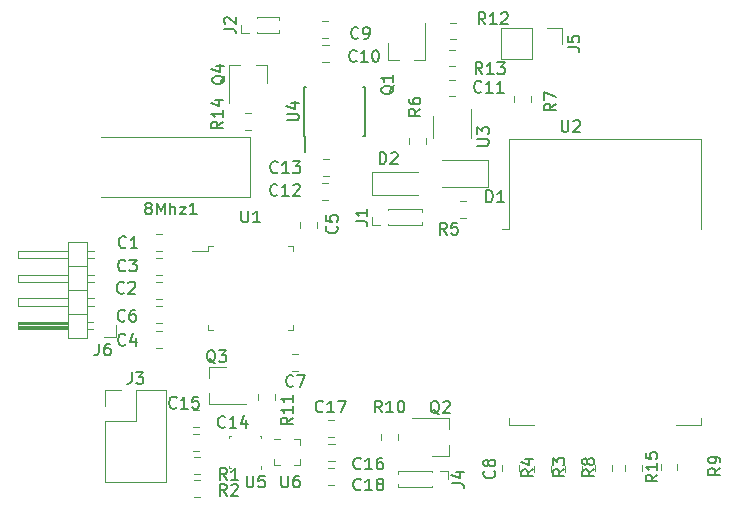
<source format=gbr>
G04 #@! TF.GenerationSoftware,KiCad,Pcbnew,5.0.2-bee76a0~70~ubuntu18.04.1*
G04 #@! TF.CreationDate,2019-11-03T21:10:50+01:00*
G04 #@! TF.ProjectId,puzzlebox,70757a7a-6c65-4626-9f78-2e6b69636164,rev?*
G04 #@! TF.SameCoordinates,Original*
G04 #@! TF.FileFunction,Legend,Top*
G04 #@! TF.FilePolarity,Positive*
%FSLAX46Y46*%
G04 Gerber Fmt 4.6, Leading zero omitted, Abs format (unit mm)*
G04 Created by KiCad (PCBNEW 5.0.2-bee76a0~70~ubuntu18.04.1) date So 03 Nov 2019 21:10:50 CET*
%MOMM*%
%LPD*%
G01*
G04 APERTURE LIST*
%ADD10C,0.120000*%
%ADD11C,0.150000*%
%ADD12C,0.100000*%
G04 APERTURE END LIST*
D10*
G04 #@! TO.C,C1*
X75964522Y-86412000D02*
X76481678Y-86412000D01*
X75964522Y-87832000D02*
X76481678Y-87832000D01*
G04 #@! TO.C,C2*
X76537078Y-90476000D02*
X76019922Y-90476000D01*
X76537078Y-91896000D02*
X76019922Y-91896000D01*
G04 #@! TO.C,C3*
X75989922Y-89889400D02*
X76507078Y-89889400D01*
X75989922Y-88469400D02*
X76507078Y-88469400D01*
G04 #@! TO.C,C4*
X76537078Y-96087000D02*
X76019922Y-96087000D01*
X76537078Y-94667000D02*
X76019922Y-94667000D01*
G04 #@! TO.C,C5*
X88190000Y-85935078D02*
X88190000Y-85417922D01*
X89610000Y-85935078D02*
X89610000Y-85417922D01*
G04 #@! TO.C,C6*
X76537078Y-92558800D02*
X76019922Y-92558800D01*
X76537078Y-93978800D02*
X76019922Y-93978800D01*
G04 #@! TO.C,C7*
X88064078Y-97992000D02*
X87546922Y-97992000D01*
X88064078Y-96572000D02*
X87546922Y-96572000D01*
G04 #@! TO.C,C8*
X106755000Y-105991922D02*
X106755000Y-106509078D01*
X105335000Y-105991922D02*
X105335000Y-106509078D01*
G04 #@! TO.C,C9*
X90066122Y-69848800D02*
X90583278Y-69848800D01*
X90066122Y-68428800D02*
X90583278Y-68428800D01*
G04 #@! TO.C,C10*
X90091522Y-71830000D02*
X90608678Y-71830000D01*
X90091522Y-70410000D02*
X90608678Y-70410000D01*
G04 #@! TO.C,C11*
X100782622Y-73356400D02*
X101299778Y-73356400D01*
X100782622Y-74776400D02*
X101299778Y-74776400D01*
G04 #@! TO.C,C12*
X90066122Y-82094000D02*
X90583278Y-82094000D01*
X90066122Y-83514000D02*
X90583278Y-83514000D01*
G04 #@! TO.C,C13*
X90163122Y-81507400D02*
X90680278Y-81507400D01*
X90163122Y-80087400D02*
X90680278Y-80087400D01*
G04 #@! TO.C,C14*
X79682078Y-103353800D02*
X79164922Y-103353800D01*
X79682078Y-104773800D02*
X79164922Y-104773800D01*
G04 #@! TO.C,C15*
X79682078Y-102792600D02*
X79164922Y-102792600D01*
X79682078Y-101372600D02*
X79164922Y-101372600D01*
G04 #@! TO.C,C16*
X90594922Y-103580000D02*
X91112078Y-103580000D01*
X90594922Y-102160000D02*
X91112078Y-102160000D01*
G04 #@! TO.C,C17*
X90599522Y-104192000D02*
X91116678Y-104192000D01*
X90599522Y-105612000D02*
X91116678Y-105612000D01*
G04 #@! TO.C,C18*
X90594922Y-107644000D02*
X91112078Y-107644000D01*
X90594922Y-106224000D02*
X91112078Y-106224000D01*
G04 #@! TO.C,D1*
X100203200Y-82415000D02*
X104088200Y-82415000D01*
X104088200Y-82415000D02*
X104088200Y-80145000D01*
X104088200Y-80145000D02*
X100203200Y-80145000D01*
G04 #@! TO.C,D2*
X94320800Y-81143600D02*
X94320800Y-83143600D01*
X94320800Y-83143600D02*
X98220800Y-83143600D01*
X94320800Y-81143600D02*
X98220800Y-81143600D01*
G04 #@! TO.C,J1*
X98560000Y-85695000D02*
X98560000Y-85394493D01*
X98560000Y-84605507D02*
X98560000Y-84305000D01*
X95685000Y-85695000D02*
X98560000Y-85695000D01*
X95685000Y-84305000D02*
X98560000Y-84305000D01*
X95685000Y-85695000D02*
X95685000Y-85608276D01*
X95685000Y-84391724D02*
X95685000Y-84305000D01*
X95000000Y-85695000D02*
X94315000Y-85695000D01*
X94315000Y-85695000D02*
X94315000Y-85000000D01*
G04 #@! TO.C,J2*
X86430800Y-69427400D02*
X86430800Y-69126893D01*
X86430800Y-68337907D02*
X86430800Y-68037400D01*
X84555800Y-69427400D02*
X86430800Y-69427400D01*
X84555800Y-68037400D02*
X86430800Y-68037400D01*
X84555800Y-69427400D02*
X84555800Y-69340676D01*
X84555800Y-68124124D02*
X84555800Y-68037400D01*
X83870800Y-69427400D02*
X83185800Y-69427400D01*
X83185800Y-69427400D02*
X83185800Y-68732400D01*
G04 #@! TO.C,J3*
X71670000Y-107410000D02*
X76870000Y-107410000D01*
X71670000Y-102270000D02*
X71670000Y-107410000D01*
X76870000Y-99670000D02*
X76870000Y-107410000D01*
X71670000Y-102270000D02*
X74270000Y-102270000D01*
X74270000Y-102270000D02*
X74270000Y-99670000D01*
X74270000Y-99670000D02*
X76870000Y-99670000D01*
X71670000Y-101000000D02*
X71670000Y-99670000D01*
X71670000Y-99670000D02*
X73000000Y-99670000D01*
G04 #@! TO.C,J4*
X100729000Y-106493000D02*
X100729000Y-107188000D01*
X100044000Y-106493000D02*
X100729000Y-106493000D01*
X99359000Y-107796276D02*
X99359000Y-107883000D01*
X99359000Y-106493000D02*
X99359000Y-106579724D01*
X99359000Y-107883000D02*
X96484000Y-107883000D01*
X99359000Y-106493000D02*
X96484000Y-106493000D01*
X96484000Y-107582493D02*
X96484000Y-107883000D01*
X96484000Y-106493000D02*
X96484000Y-106793507D01*
G04 #@! TO.C,J5*
X105197600Y-68977200D02*
X105197600Y-71637200D01*
X107797600Y-68977200D02*
X105197600Y-68977200D01*
X107797600Y-71637200D02*
X105197600Y-71637200D01*
X107797600Y-68977200D02*
X107797600Y-71637200D01*
X109067600Y-68977200D02*
X110397600Y-68977200D01*
X110397600Y-68977200D02*
X110397600Y-70307200D01*
G04 #@! TO.C,R1*
X79190322Y-105335000D02*
X79707478Y-105335000D01*
X79190322Y-106755000D02*
X79707478Y-106755000D01*
G04 #@! TO.C,R2*
X79192622Y-108710800D02*
X79709778Y-108710800D01*
X79192622Y-107290800D02*
X79709778Y-107290800D01*
G04 #@! TO.C,R3*
X110669000Y-106040422D02*
X110669000Y-106557578D01*
X112089000Y-106040422D02*
X112089000Y-106557578D01*
G04 #@! TO.C,R4*
X109422000Y-106040422D02*
X109422000Y-106557578D01*
X108002000Y-106040422D02*
X108002000Y-106557578D01*
G04 #@! TO.C,R5*
X102237278Y-85088800D02*
X101720122Y-85088800D01*
X102237278Y-83668800D02*
X101720122Y-83668800D01*
G04 #@! TO.C,R6*
X97410200Y-78795378D02*
X97410200Y-78278222D01*
X98830200Y-78795378D02*
X98830200Y-78278222D01*
G04 #@! TO.C,R7*
X107745600Y-75239378D02*
X107745600Y-74722222D01*
X106325600Y-75239378D02*
X106325600Y-74722222D01*
G04 #@! TO.C,R8*
X114629000Y-106509078D02*
X114629000Y-105991922D01*
X113209000Y-106509078D02*
X113209000Y-105991922D01*
G04 #@! TO.C,R9*
X115749000Y-106509078D02*
X115749000Y-105991922D01*
X117169000Y-106509078D02*
X117169000Y-105991922D01*
G04 #@! TO.C,R10*
X95048000Y-103373422D02*
X95048000Y-103890578D01*
X96468000Y-103373422D02*
X96468000Y-103890578D01*
G04 #@! TO.C,R11*
X84634000Y-100510078D02*
X84634000Y-99992922D01*
X86054000Y-100510078D02*
X86054000Y-99992922D01*
G04 #@! TO.C,R12*
X100911922Y-68530400D02*
X101429078Y-68530400D01*
X100911922Y-69950400D02*
X101429078Y-69950400D01*
G04 #@! TO.C,R13*
X101327478Y-70816400D02*
X100810322Y-70816400D01*
X101327478Y-72236400D02*
X100810322Y-72236400D01*
G04 #@! TO.C,U1*
X87560000Y-87440000D02*
X87560000Y-87860000D01*
X87560000Y-94560000D02*
X87560000Y-94140000D01*
X80440000Y-94560000D02*
X80440000Y-94140000D01*
X80440000Y-87440000D02*
X80860000Y-87440000D01*
X87560000Y-94560000D02*
X87140000Y-94560000D01*
X87560000Y-87440000D02*
X87140000Y-87440000D01*
X80440000Y-87860000D02*
X79060000Y-87860000D01*
X80440000Y-87440000D02*
X80440000Y-87860000D01*
X80440000Y-94560000D02*
X80860000Y-94560000D01*
G04 #@! TO.C,U2*
X105880000Y-78380000D02*
X122120000Y-78380000D01*
X122120000Y-78380000D02*
X122120000Y-86000000D01*
X122120000Y-102000000D02*
X122120000Y-102620000D01*
X122120000Y-102620000D02*
X120000000Y-102620000D01*
X108000000Y-102620000D02*
X105880000Y-102620000D01*
X105880000Y-102620000D02*
X105880000Y-102000000D01*
X105880000Y-86000000D02*
X105880000Y-78380000D01*
X105880000Y-86000000D02*
X105270000Y-86000000D01*
G04 #@! TO.C,U3*
X99442643Y-76476721D02*
X99442643Y-78276721D01*
X102662643Y-78276721D02*
X102662643Y-75826721D01*
D11*
G04 #@! TO.C,U4*
X88560200Y-78122600D02*
X88610200Y-78122600D01*
X88560200Y-73972600D02*
X88705200Y-73972600D01*
X93710200Y-73972600D02*
X93565200Y-73972600D01*
X93710200Y-78122600D02*
X93565200Y-78122600D01*
X88560200Y-78122600D02*
X88560200Y-73972600D01*
X93710200Y-78122600D02*
X93710200Y-73972600D01*
X88610200Y-78122600D02*
X88610200Y-79522600D01*
D12*
G04 #@! TO.C,U5*
X84916000Y-103542000D02*
X84766000Y-103542000D01*
X84916000Y-103552000D02*
X84916000Y-103702000D01*
X82216000Y-103552000D02*
X82216000Y-103702000D01*
X82216000Y-103552000D02*
X82366000Y-103552000D01*
X82366000Y-106252000D02*
X82216000Y-106252000D01*
X82216000Y-106252000D02*
X82216000Y-106102000D01*
X84916000Y-106102000D02*
X84916000Y-106352000D01*
D10*
G04 #@! TO.C,U6*
X87722000Y-103802000D02*
X88222000Y-103802000D01*
X88222000Y-103802000D02*
X88222000Y-104302000D01*
X88222000Y-104302000D02*
X88222000Y-104302000D01*
X88222000Y-105502000D02*
X88222000Y-106002000D01*
X88222000Y-106002000D02*
X87722000Y-106002000D01*
X87722000Y-106002000D02*
X87722000Y-106002000D01*
X86522000Y-106002000D02*
X86022000Y-106002000D01*
X86022000Y-106002000D02*
X86022000Y-105502000D01*
X86022000Y-105502000D02*
X86022000Y-105502000D01*
X86522000Y-103802000D02*
X86022000Y-103802000D01*
X86022000Y-103802000D02*
X86022000Y-103802000D01*
G04 #@! TO.C,Q1*
X95651200Y-71727600D02*
X96581200Y-71727600D01*
X98811200Y-71727600D02*
X97881200Y-71727600D01*
X98811200Y-71727600D02*
X98811200Y-68567600D01*
X95651200Y-71727600D02*
X95651200Y-70267600D01*
G04 #@! TO.C,Q2*
X100836000Y-105212000D02*
X100836000Y-104282000D01*
X100836000Y-102052000D02*
X100836000Y-102982000D01*
X100836000Y-102052000D02*
X97676000Y-102052000D01*
X100836000Y-105212000D02*
X99376000Y-105212000D01*
G04 #@! TO.C,Q3*
X80467800Y-97673000D02*
X81927800Y-97673000D01*
X80467800Y-100833000D02*
X83627800Y-100833000D01*
X80467800Y-100833000D02*
X80467800Y-99903000D01*
X80467800Y-97673000D02*
X80467800Y-98603000D01*
G04 #@! TO.C,Q4*
X85374600Y-72163400D02*
X85374600Y-73623400D01*
X82214600Y-72163400D02*
X82214600Y-75323400D01*
X82214600Y-72163400D02*
X83144600Y-72163400D01*
X85374600Y-72163400D02*
X84444600Y-72163400D01*
G04 #@! TO.C,R14*
X83512922Y-76226600D02*
X84030078Y-76226600D01*
X83512922Y-77646600D02*
X84030078Y-77646600D01*
G04 #@! TO.C,J6*
X70162600Y-95236600D02*
X70162600Y-87116600D01*
X70162600Y-87116600D02*
X68542600Y-87116600D01*
X68542600Y-87116600D02*
X68542600Y-95236600D01*
X68542600Y-95236600D02*
X70162600Y-95236600D01*
X68542600Y-94486600D02*
X64342600Y-94486600D01*
X64342600Y-94486600D02*
X64342600Y-93866600D01*
X64342600Y-93866600D02*
X68542600Y-93866600D01*
X68542600Y-94426600D02*
X64342600Y-94426600D01*
X68542600Y-94306600D02*
X64342600Y-94306600D01*
X68542600Y-94186600D02*
X64342600Y-94186600D01*
X68542600Y-94066600D02*
X64342600Y-94066600D01*
X68542600Y-93946600D02*
X64342600Y-93946600D01*
X70667600Y-94486600D02*
X70162600Y-94486600D01*
X70667600Y-93866600D02*
X70162600Y-93866600D01*
X70162600Y-93176600D02*
X68542600Y-93176600D01*
X68542600Y-92486600D02*
X64342600Y-92486600D01*
X64342600Y-92486600D02*
X64342600Y-91866600D01*
X64342600Y-91866600D02*
X68542600Y-91866600D01*
X70720486Y-92486600D02*
X70162600Y-92486600D01*
X70720486Y-91866600D02*
X70162600Y-91866600D01*
X70162600Y-91176600D02*
X68542600Y-91176600D01*
X68542600Y-90486600D02*
X64342600Y-90486600D01*
X64342600Y-90486600D02*
X64342600Y-89866600D01*
X64342600Y-89866600D02*
X68542600Y-89866600D01*
X70720486Y-90486600D02*
X70162600Y-90486600D01*
X70720486Y-89866600D02*
X70162600Y-89866600D01*
X70162600Y-89176600D02*
X68542600Y-89176600D01*
X68542600Y-88486600D02*
X64342600Y-88486600D01*
X64342600Y-88486600D02*
X64342600Y-87866600D01*
X64342600Y-87866600D02*
X68542600Y-87866600D01*
X70720486Y-88486600D02*
X70162600Y-88486600D01*
X70720486Y-87866600D02*
X70162600Y-87866600D01*
X72602600Y-94176600D02*
X72602600Y-95176600D01*
X72602600Y-95176600D02*
X71602600Y-95176600D01*
G04 #@! TO.C,R15*
X118720800Y-106455978D02*
X118720800Y-105938822D01*
X120140800Y-106455978D02*
X120140800Y-105938822D01*
G04 #@! TO.C,8Mhz1*
X71366800Y-83322000D02*
X83966800Y-83322000D01*
X83966800Y-83322000D02*
X83966800Y-78222000D01*
X83966800Y-78222000D02*
X71366800Y-78222000D01*
G04 #@! TO.C,C1*
D11*
X73463333Y-87529942D02*
X73415714Y-87577561D01*
X73272857Y-87625180D01*
X73177619Y-87625180D01*
X73034761Y-87577561D01*
X72939523Y-87482323D01*
X72891904Y-87387085D01*
X72844285Y-87196609D01*
X72844285Y-87053752D01*
X72891904Y-86863276D01*
X72939523Y-86768038D01*
X73034761Y-86672800D01*
X73177619Y-86625180D01*
X73272857Y-86625180D01*
X73415714Y-86672800D01*
X73463333Y-86720419D01*
X74415714Y-87625180D02*
X73844285Y-87625180D01*
X74130000Y-87625180D02*
X74130000Y-86625180D01*
X74034761Y-86768038D01*
X73939523Y-86863276D01*
X73844285Y-86910895D01*
G04 #@! TO.C,C2*
X73290133Y-91390742D02*
X73242514Y-91438361D01*
X73099657Y-91485980D01*
X73004419Y-91485980D01*
X72861561Y-91438361D01*
X72766323Y-91343123D01*
X72718704Y-91247885D01*
X72671085Y-91057409D01*
X72671085Y-90914552D01*
X72718704Y-90724076D01*
X72766323Y-90628838D01*
X72861561Y-90533600D01*
X73004419Y-90485980D01*
X73099657Y-90485980D01*
X73242514Y-90533600D01*
X73290133Y-90581219D01*
X73671085Y-90581219D02*
X73718704Y-90533600D01*
X73813942Y-90485980D01*
X74052038Y-90485980D01*
X74147276Y-90533600D01*
X74194895Y-90581219D01*
X74242514Y-90676457D01*
X74242514Y-90771695D01*
X74194895Y-90914552D01*
X73623466Y-91485980D01*
X74242514Y-91485980D01*
G04 #@! TO.C,C3*
X73412533Y-89511142D02*
X73364914Y-89558761D01*
X73222057Y-89606380D01*
X73126819Y-89606380D01*
X72983961Y-89558761D01*
X72888723Y-89463523D01*
X72841104Y-89368285D01*
X72793485Y-89177809D01*
X72793485Y-89034952D01*
X72841104Y-88844476D01*
X72888723Y-88749238D01*
X72983961Y-88654000D01*
X73126819Y-88606380D01*
X73222057Y-88606380D01*
X73364914Y-88654000D01*
X73412533Y-88701619D01*
X73745866Y-88606380D02*
X74364914Y-88606380D01*
X74031580Y-88987333D01*
X74174438Y-88987333D01*
X74269676Y-89034952D01*
X74317295Y-89082571D01*
X74364914Y-89177809D01*
X74364914Y-89415904D01*
X74317295Y-89511142D01*
X74269676Y-89558761D01*
X74174438Y-89606380D01*
X73888723Y-89606380D01*
X73793485Y-89558761D01*
X73745866Y-89511142D01*
G04 #@! TO.C,C4*
X73417133Y-95784942D02*
X73369514Y-95832561D01*
X73226657Y-95880180D01*
X73131419Y-95880180D01*
X72988561Y-95832561D01*
X72893323Y-95737323D01*
X72845704Y-95642085D01*
X72798085Y-95451609D01*
X72798085Y-95308752D01*
X72845704Y-95118276D01*
X72893323Y-95023038D01*
X72988561Y-94927800D01*
X73131419Y-94880180D01*
X73226657Y-94880180D01*
X73369514Y-94927800D01*
X73417133Y-94975419D01*
X74274276Y-95213514D02*
X74274276Y-95880180D01*
X74036180Y-94832561D02*
X73798085Y-95546847D01*
X74417133Y-95546847D01*
G04 #@! TO.C,C5*
X91289142Y-85764666D02*
X91336761Y-85812285D01*
X91384380Y-85955142D01*
X91384380Y-86050380D01*
X91336761Y-86193238D01*
X91241523Y-86288476D01*
X91146285Y-86336095D01*
X90955809Y-86383714D01*
X90812952Y-86383714D01*
X90622476Y-86336095D01*
X90527238Y-86288476D01*
X90432000Y-86193238D01*
X90384380Y-86050380D01*
X90384380Y-85955142D01*
X90432000Y-85812285D01*
X90479619Y-85764666D01*
X90384380Y-84859904D02*
X90384380Y-85336095D01*
X90860571Y-85383714D01*
X90812952Y-85336095D01*
X90765333Y-85240857D01*
X90765333Y-85002761D01*
X90812952Y-84907523D01*
X90860571Y-84859904D01*
X90955809Y-84812285D01*
X91193904Y-84812285D01*
X91289142Y-84859904D01*
X91336761Y-84907523D01*
X91384380Y-85002761D01*
X91384380Y-85240857D01*
X91336761Y-85336095D01*
X91289142Y-85383714D01*
G04 #@! TO.C,C6*
X73366333Y-93752942D02*
X73318714Y-93800561D01*
X73175857Y-93848180D01*
X73080619Y-93848180D01*
X72937761Y-93800561D01*
X72842523Y-93705323D01*
X72794904Y-93610085D01*
X72747285Y-93419609D01*
X72747285Y-93276752D01*
X72794904Y-93086276D01*
X72842523Y-92991038D01*
X72937761Y-92895800D01*
X73080619Y-92848180D01*
X73175857Y-92848180D01*
X73318714Y-92895800D01*
X73366333Y-92943419D01*
X74223476Y-92848180D02*
X74033000Y-92848180D01*
X73937761Y-92895800D01*
X73890142Y-92943419D01*
X73794904Y-93086276D01*
X73747285Y-93276752D01*
X73747285Y-93657704D01*
X73794904Y-93752942D01*
X73842523Y-93800561D01*
X73937761Y-93848180D01*
X74128238Y-93848180D01*
X74223476Y-93800561D01*
X74271095Y-93752942D01*
X74318714Y-93657704D01*
X74318714Y-93419609D01*
X74271095Y-93324371D01*
X74223476Y-93276752D01*
X74128238Y-93229133D01*
X73937761Y-93229133D01*
X73842523Y-93276752D01*
X73794904Y-93324371D01*
X73747285Y-93419609D01*
G04 #@! TO.C,C7*
X87638833Y-99289142D02*
X87591214Y-99336761D01*
X87448357Y-99384380D01*
X87353119Y-99384380D01*
X87210261Y-99336761D01*
X87115023Y-99241523D01*
X87067404Y-99146285D01*
X87019785Y-98955809D01*
X87019785Y-98812952D01*
X87067404Y-98622476D01*
X87115023Y-98527238D01*
X87210261Y-98432000D01*
X87353119Y-98384380D01*
X87448357Y-98384380D01*
X87591214Y-98432000D01*
X87638833Y-98479619D01*
X87972166Y-98384380D02*
X88638833Y-98384380D01*
X88210261Y-99384380D01*
G04 #@! TO.C,C8*
X104624142Y-106495666D02*
X104671761Y-106543285D01*
X104719380Y-106686142D01*
X104719380Y-106781380D01*
X104671761Y-106924238D01*
X104576523Y-107019476D01*
X104481285Y-107067095D01*
X104290809Y-107114714D01*
X104147952Y-107114714D01*
X103957476Y-107067095D01*
X103862238Y-107019476D01*
X103767000Y-106924238D01*
X103719380Y-106781380D01*
X103719380Y-106686142D01*
X103767000Y-106543285D01*
X103814619Y-106495666D01*
X104147952Y-105924238D02*
X104100333Y-106019476D01*
X104052714Y-106067095D01*
X103957476Y-106114714D01*
X103909857Y-106114714D01*
X103814619Y-106067095D01*
X103767000Y-106019476D01*
X103719380Y-105924238D01*
X103719380Y-105733761D01*
X103767000Y-105638523D01*
X103814619Y-105590904D01*
X103909857Y-105543285D01*
X103957476Y-105543285D01*
X104052714Y-105590904D01*
X104100333Y-105638523D01*
X104147952Y-105733761D01*
X104147952Y-105924238D01*
X104195571Y-106019476D01*
X104243190Y-106067095D01*
X104338428Y-106114714D01*
X104528904Y-106114714D01*
X104624142Y-106067095D01*
X104671761Y-106019476D01*
X104719380Y-105924238D01*
X104719380Y-105733761D01*
X104671761Y-105638523D01*
X104624142Y-105590904D01*
X104528904Y-105543285D01*
X104338428Y-105543285D01*
X104243190Y-105590904D01*
X104195571Y-105638523D01*
X104147952Y-105733761D01*
G04 #@! TO.C,C9*
X93127533Y-69826142D02*
X93079914Y-69873761D01*
X92937057Y-69921380D01*
X92841819Y-69921380D01*
X92698961Y-69873761D01*
X92603723Y-69778523D01*
X92556104Y-69683285D01*
X92508485Y-69492809D01*
X92508485Y-69349952D01*
X92556104Y-69159476D01*
X92603723Y-69064238D01*
X92698961Y-68969000D01*
X92841819Y-68921380D01*
X92937057Y-68921380D01*
X93079914Y-68969000D01*
X93127533Y-69016619D01*
X93603723Y-69921380D02*
X93794200Y-69921380D01*
X93889438Y-69873761D01*
X93937057Y-69826142D01*
X94032295Y-69683285D01*
X94079914Y-69492809D01*
X94079914Y-69111857D01*
X94032295Y-69016619D01*
X93984676Y-68969000D01*
X93889438Y-68921380D01*
X93698961Y-68921380D01*
X93603723Y-68969000D01*
X93556104Y-69016619D01*
X93508485Y-69111857D01*
X93508485Y-69349952D01*
X93556104Y-69445190D01*
X93603723Y-69492809D01*
X93698961Y-69540428D01*
X93889438Y-69540428D01*
X93984676Y-69492809D01*
X94032295Y-69445190D01*
X94079914Y-69349952D01*
G04 #@! TO.C,C10*
X92981542Y-71756542D02*
X92933923Y-71804161D01*
X92791066Y-71851780D01*
X92695828Y-71851780D01*
X92552971Y-71804161D01*
X92457733Y-71708923D01*
X92410114Y-71613685D01*
X92362495Y-71423209D01*
X92362495Y-71280352D01*
X92410114Y-71089876D01*
X92457733Y-70994638D01*
X92552971Y-70899400D01*
X92695828Y-70851780D01*
X92791066Y-70851780D01*
X92933923Y-70899400D01*
X92981542Y-70947019D01*
X93933923Y-71851780D02*
X93362495Y-71851780D01*
X93648209Y-71851780D02*
X93648209Y-70851780D01*
X93552971Y-70994638D01*
X93457733Y-71089876D01*
X93362495Y-71137495D01*
X94552971Y-70851780D02*
X94648209Y-70851780D01*
X94743447Y-70899400D01*
X94791066Y-70947019D01*
X94838685Y-71042257D01*
X94886304Y-71232733D01*
X94886304Y-71470828D01*
X94838685Y-71661304D01*
X94791066Y-71756542D01*
X94743447Y-71804161D01*
X94648209Y-71851780D01*
X94552971Y-71851780D01*
X94457733Y-71804161D01*
X94410114Y-71756542D01*
X94362495Y-71661304D01*
X94314876Y-71470828D01*
X94314876Y-71232733D01*
X94362495Y-71042257D01*
X94410114Y-70947019D01*
X94457733Y-70899400D01*
X94552971Y-70851780D01*
G04 #@! TO.C,C11*
X103547942Y-74372742D02*
X103500323Y-74420361D01*
X103357466Y-74467980D01*
X103262228Y-74467980D01*
X103119371Y-74420361D01*
X103024133Y-74325123D01*
X102976514Y-74229885D01*
X102928895Y-74039409D01*
X102928895Y-73896552D01*
X102976514Y-73706076D01*
X103024133Y-73610838D01*
X103119371Y-73515600D01*
X103262228Y-73467980D01*
X103357466Y-73467980D01*
X103500323Y-73515600D01*
X103547942Y-73563219D01*
X104500323Y-74467980D02*
X103928895Y-74467980D01*
X104214609Y-74467980D02*
X104214609Y-73467980D01*
X104119371Y-73610838D01*
X104024133Y-73706076D01*
X103928895Y-73753695D01*
X105452704Y-74467980D02*
X104881276Y-74467980D01*
X105166990Y-74467980D02*
X105166990Y-73467980D01*
X105071752Y-73610838D01*
X104976514Y-73706076D01*
X104881276Y-73753695D01*
G04 #@! TO.C,C12*
X86275942Y-83110342D02*
X86228323Y-83157961D01*
X86085466Y-83205580D01*
X85990228Y-83205580D01*
X85847371Y-83157961D01*
X85752133Y-83062723D01*
X85704514Y-82967485D01*
X85656895Y-82777009D01*
X85656895Y-82634152D01*
X85704514Y-82443676D01*
X85752133Y-82348438D01*
X85847371Y-82253200D01*
X85990228Y-82205580D01*
X86085466Y-82205580D01*
X86228323Y-82253200D01*
X86275942Y-82300819D01*
X87228323Y-83205580D02*
X86656895Y-83205580D01*
X86942609Y-83205580D02*
X86942609Y-82205580D01*
X86847371Y-82348438D01*
X86752133Y-82443676D01*
X86656895Y-82491295D01*
X87609276Y-82300819D02*
X87656895Y-82253200D01*
X87752133Y-82205580D01*
X87990228Y-82205580D01*
X88085466Y-82253200D01*
X88133085Y-82300819D01*
X88180704Y-82396057D01*
X88180704Y-82491295D01*
X88133085Y-82634152D01*
X87561657Y-83205580D01*
X88180704Y-83205580D01*
G04 #@! TO.C,C13*
X86301342Y-81179942D02*
X86253723Y-81227561D01*
X86110866Y-81275180D01*
X86015628Y-81275180D01*
X85872771Y-81227561D01*
X85777533Y-81132323D01*
X85729914Y-81037085D01*
X85682295Y-80846609D01*
X85682295Y-80703752D01*
X85729914Y-80513276D01*
X85777533Y-80418038D01*
X85872771Y-80322800D01*
X86015628Y-80275180D01*
X86110866Y-80275180D01*
X86253723Y-80322800D01*
X86301342Y-80370419D01*
X87253723Y-81275180D02*
X86682295Y-81275180D01*
X86968009Y-81275180D02*
X86968009Y-80275180D01*
X86872771Y-80418038D01*
X86777533Y-80513276D01*
X86682295Y-80560895D01*
X87587057Y-80275180D02*
X88206104Y-80275180D01*
X87872771Y-80656133D01*
X88015628Y-80656133D01*
X88110866Y-80703752D01*
X88158485Y-80751371D01*
X88206104Y-80846609D01*
X88206104Y-81084704D01*
X88158485Y-81179942D01*
X88110866Y-81227561D01*
X88015628Y-81275180D01*
X87729914Y-81275180D01*
X87634676Y-81227561D01*
X87587057Y-81179942D01*
G04 #@! TO.C,C14*
X81851742Y-102744542D02*
X81804123Y-102792161D01*
X81661266Y-102839780D01*
X81566028Y-102839780D01*
X81423171Y-102792161D01*
X81327933Y-102696923D01*
X81280314Y-102601685D01*
X81232695Y-102411209D01*
X81232695Y-102268352D01*
X81280314Y-102077876D01*
X81327933Y-101982638D01*
X81423171Y-101887400D01*
X81566028Y-101839780D01*
X81661266Y-101839780D01*
X81804123Y-101887400D01*
X81851742Y-101935019D01*
X82804123Y-102839780D02*
X82232695Y-102839780D01*
X82518409Y-102839780D02*
X82518409Y-101839780D01*
X82423171Y-101982638D01*
X82327933Y-102077876D01*
X82232695Y-102125495D01*
X83661266Y-102173114D02*
X83661266Y-102839780D01*
X83423171Y-101792161D02*
X83185076Y-102506447D01*
X83804123Y-102506447D01*
G04 #@! TO.C,C15*
X77736942Y-101118942D02*
X77689323Y-101166561D01*
X77546466Y-101214180D01*
X77451228Y-101214180D01*
X77308371Y-101166561D01*
X77213133Y-101071323D01*
X77165514Y-100976085D01*
X77117895Y-100785609D01*
X77117895Y-100642752D01*
X77165514Y-100452276D01*
X77213133Y-100357038D01*
X77308371Y-100261800D01*
X77451228Y-100214180D01*
X77546466Y-100214180D01*
X77689323Y-100261800D01*
X77736942Y-100309419D01*
X78689323Y-101214180D02*
X78117895Y-101214180D01*
X78403609Y-101214180D02*
X78403609Y-100214180D01*
X78308371Y-100357038D01*
X78213133Y-100452276D01*
X78117895Y-100499895D01*
X79594085Y-100214180D02*
X79117895Y-100214180D01*
X79070276Y-100690371D01*
X79117895Y-100642752D01*
X79213133Y-100595133D01*
X79451228Y-100595133D01*
X79546466Y-100642752D01*
X79594085Y-100690371D01*
X79641704Y-100785609D01*
X79641704Y-101023704D01*
X79594085Y-101118942D01*
X79546466Y-101166561D01*
X79451228Y-101214180D01*
X79213133Y-101214180D01*
X79117895Y-101166561D01*
X79070276Y-101118942D01*
G04 #@! TO.C,C16*
X93337142Y-106275142D02*
X93289523Y-106322761D01*
X93146666Y-106370380D01*
X93051428Y-106370380D01*
X92908571Y-106322761D01*
X92813333Y-106227523D01*
X92765714Y-106132285D01*
X92718095Y-105941809D01*
X92718095Y-105798952D01*
X92765714Y-105608476D01*
X92813333Y-105513238D01*
X92908571Y-105418000D01*
X93051428Y-105370380D01*
X93146666Y-105370380D01*
X93289523Y-105418000D01*
X93337142Y-105465619D01*
X94289523Y-106370380D02*
X93718095Y-106370380D01*
X94003809Y-106370380D02*
X94003809Y-105370380D01*
X93908571Y-105513238D01*
X93813333Y-105608476D01*
X93718095Y-105656095D01*
X95146666Y-105370380D02*
X94956190Y-105370380D01*
X94860952Y-105418000D01*
X94813333Y-105465619D01*
X94718095Y-105608476D01*
X94670476Y-105798952D01*
X94670476Y-106179904D01*
X94718095Y-106275142D01*
X94765714Y-106322761D01*
X94860952Y-106370380D01*
X95051428Y-106370380D01*
X95146666Y-106322761D01*
X95194285Y-106275142D01*
X95241904Y-106179904D01*
X95241904Y-105941809D01*
X95194285Y-105846571D01*
X95146666Y-105798952D01*
X95051428Y-105751333D01*
X94860952Y-105751333D01*
X94765714Y-105798952D01*
X94718095Y-105846571D01*
X94670476Y-105941809D01*
G04 #@! TO.C,C17*
X90136742Y-101449142D02*
X90089123Y-101496761D01*
X89946266Y-101544380D01*
X89851028Y-101544380D01*
X89708171Y-101496761D01*
X89612933Y-101401523D01*
X89565314Y-101306285D01*
X89517695Y-101115809D01*
X89517695Y-100972952D01*
X89565314Y-100782476D01*
X89612933Y-100687238D01*
X89708171Y-100592000D01*
X89851028Y-100544380D01*
X89946266Y-100544380D01*
X90089123Y-100592000D01*
X90136742Y-100639619D01*
X91089123Y-101544380D02*
X90517695Y-101544380D01*
X90803409Y-101544380D02*
X90803409Y-100544380D01*
X90708171Y-100687238D01*
X90612933Y-100782476D01*
X90517695Y-100830095D01*
X91422457Y-100544380D02*
X92089123Y-100544380D01*
X91660552Y-101544380D01*
G04 #@! TO.C,C18*
X93337142Y-108053142D02*
X93289523Y-108100761D01*
X93146666Y-108148380D01*
X93051428Y-108148380D01*
X92908571Y-108100761D01*
X92813333Y-108005523D01*
X92765714Y-107910285D01*
X92718095Y-107719809D01*
X92718095Y-107576952D01*
X92765714Y-107386476D01*
X92813333Y-107291238D01*
X92908571Y-107196000D01*
X93051428Y-107148380D01*
X93146666Y-107148380D01*
X93289523Y-107196000D01*
X93337142Y-107243619D01*
X94289523Y-108148380D02*
X93718095Y-108148380D01*
X94003809Y-108148380D02*
X94003809Y-107148380D01*
X93908571Y-107291238D01*
X93813333Y-107386476D01*
X93718095Y-107434095D01*
X94860952Y-107576952D02*
X94765714Y-107529333D01*
X94718095Y-107481714D01*
X94670476Y-107386476D01*
X94670476Y-107338857D01*
X94718095Y-107243619D01*
X94765714Y-107196000D01*
X94860952Y-107148380D01*
X95051428Y-107148380D01*
X95146666Y-107196000D01*
X95194285Y-107243619D01*
X95241904Y-107338857D01*
X95241904Y-107386476D01*
X95194285Y-107481714D01*
X95146666Y-107529333D01*
X95051428Y-107576952D01*
X94860952Y-107576952D01*
X94765714Y-107624571D01*
X94718095Y-107672190D01*
X94670476Y-107767428D01*
X94670476Y-107957904D01*
X94718095Y-108053142D01*
X94765714Y-108100761D01*
X94860952Y-108148380D01*
X95051428Y-108148380D01*
X95146666Y-108100761D01*
X95194285Y-108053142D01*
X95241904Y-107957904D01*
X95241904Y-107767428D01*
X95194285Y-107672190D01*
X95146666Y-107624571D01*
X95051428Y-107576952D01*
G04 #@! TO.C,D1*
X103960704Y-83738980D02*
X103960704Y-82738980D01*
X104198800Y-82738980D01*
X104341657Y-82786600D01*
X104436895Y-82881838D01*
X104484514Y-82977076D01*
X104532133Y-83167552D01*
X104532133Y-83310409D01*
X104484514Y-83500885D01*
X104436895Y-83596123D01*
X104341657Y-83691361D01*
X104198800Y-83738980D01*
X103960704Y-83738980D01*
X105484514Y-83738980D02*
X104913085Y-83738980D01*
X105198800Y-83738980D02*
X105198800Y-82738980D01*
X105103561Y-82881838D01*
X105008323Y-82977076D01*
X104913085Y-83024695D01*
G04 #@! TO.C,D2*
X94943704Y-80513180D02*
X94943704Y-79513180D01*
X95181800Y-79513180D01*
X95324657Y-79560800D01*
X95419895Y-79656038D01*
X95467514Y-79751276D01*
X95515133Y-79941752D01*
X95515133Y-80084609D01*
X95467514Y-80275085D01*
X95419895Y-80370323D01*
X95324657Y-80465561D01*
X95181800Y-80513180D01*
X94943704Y-80513180D01*
X95896085Y-79608419D02*
X95943704Y-79560800D01*
X96038942Y-79513180D01*
X96277038Y-79513180D01*
X96372276Y-79560800D01*
X96419895Y-79608419D01*
X96467514Y-79703657D01*
X96467514Y-79798895D01*
X96419895Y-79941752D01*
X95848466Y-80513180D01*
X96467514Y-80513180D01*
G04 #@! TO.C,J1*
X92892380Y-85333333D02*
X93606666Y-85333333D01*
X93749523Y-85380952D01*
X93844761Y-85476190D01*
X93892380Y-85619047D01*
X93892380Y-85714285D01*
X93892380Y-84333333D02*
X93892380Y-84904761D01*
X93892380Y-84619047D02*
X92892380Y-84619047D01*
X93035238Y-84714285D01*
X93130476Y-84809523D01*
X93178095Y-84904761D01*
G04 #@! TO.C,J2*
X81763180Y-69065733D02*
X82477466Y-69065733D01*
X82620323Y-69113352D01*
X82715561Y-69208590D01*
X82763180Y-69351447D01*
X82763180Y-69446685D01*
X81858419Y-68637161D02*
X81810800Y-68589542D01*
X81763180Y-68494304D01*
X81763180Y-68256209D01*
X81810800Y-68160971D01*
X81858419Y-68113352D01*
X81953657Y-68065733D01*
X82048895Y-68065733D01*
X82191752Y-68113352D01*
X82763180Y-68684780D01*
X82763180Y-68065733D01*
G04 #@! TO.C,J3*
X73936666Y-98122380D02*
X73936666Y-98836666D01*
X73889047Y-98979523D01*
X73793809Y-99074761D01*
X73650952Y-99122380D01*
X73555714Y-99122380D01*
X74317619Y-98122380D02*
X74936666Y-98122380D01*
X74603333Y-98503333D01*
X74746190Y-98503333D01*
X74841428Y-98550952D01*
X74889047Y-98598571D01*
X74936666Y-98693809D01*
X74936666Y-98931904D01*
X74889047Y-99027142D01*
X74841428Y-99074761D01*
X74746190Y-99122380D01*
X74460476Y-99122380D01*
X74365238Y-99074761D01*
X74317619Y-99027142D01*
G04 #@! TO.C,J4*
X101056380Y-107521333D02*
X101770666Y-107521333D01*
X101913523Y-107568952D01*
X102008761Y-107664190D01*
X102056380Y-107807047D01*
X102056380Y-107902285D01*
X101389714Y-106616571D02*
X102056380Y-106616571D01*
X101008761Y-106854666D02*
X101723047Y-107092761D01*
X101723047Y-106473714D01*
G04 #@! TO.C,J5*
X110849980Y-70640533D02*
X111564266Y-70640533D01*
X111707123Y-70688152D01*
X111802361Y-70783390D01*
X111849980Y-70926247D01*
X111849980Y-71021485D01*
X110849980Y-69688152D02*
X110849980Y-70164342D01*
X111326171Y-70211961D01*
X111278552Y-70164342D01*
X111230933Y-70069104D01*
X111230933Y-69831009D01*
X111278552Y-69735771D01*
X111326171Y-69688152D01*
X111421409Y-69640533D01*
X111659504Y-69640533D01*
X111754742Y-69688152D01*
X111802361Y-69735771D01*
X111849980Y-69831009D01*
X111849980Y-70069104D01*
X111802361Y-70164342D01*
X111754742Y-70211961D01*
G04 #@! TO.C,R1*
X81997733Y-107259380D02*
X81664400Y-106783190D01*
X81426304Y-107259380D02*
X81426304Y-106259380D01*
X81807257Y-106259380D01*
X81902495Y-106307000D01*
X81950114Y-106354619D01*
X81997733Y-106449857D01*
X81997733Y-106592714D01*
X81950114Y-106687952D01*
X81902495Y-106735571D01*
X81807257Y-106783190D01*
X81426304Y-106783190D01*
X82950114Y-107259380D02*
X82378685Y-107259380D01*
X82664400Y-107259380D02*
X82664400Y-106259380D01*
X82569161Y-106402238D01*
X82473923Y-106497476D01*
X82378685Y-106545095D01*
G04 #@! TO.C,R2*
X81976933Y-108605580D02*
X81643600Y-108129390D01*
X81405504Y-108605580D02*
X81405504Y-107605580D01*
X81786457Y-107605580D01*
X81881695Y-107653200D01*
X81929314Y-107700819D01*
X81976933Y-107796057D01*
X81976933Y-107938914D01*
X81929314Y-108034152D01*
X81881695Y-108081771D01*
X81786457Y-108129390D01*
X81405504Y-108129390D01*
X82357885Y-107700819D02*
X82405504Y-107653200D01*
X82500742Y-107605580D01*
X82738838Y-107605580D01*
X82834076Y-107653200D01*
X82881695Y-107700819D01*
X82929314Y-107796057D01*
X82929314Y-107891295D01*
X82881695Y-108034152D01*
X82310266Y-108605580D01*
X82929314Y-108605580D01*
G04 #@! TO.C,R3*
X110586780Y-106338666D02*
X110110590Y-106672000D01*
X110586780Y-106910095D02*
X109586780Y-106910095D01*
X109586780Y-106529142D01*
X109634400Y-106433904D01*
X109682019Y-106386285D01*
X109777257Y-106338666D01*
X109920114Y-106338666D01*
X110015352Y-106386285D01*
X110062971Y-106433904D01*
X110110590Y-106529142D01*
X110110590Y-106910095D01*
X109586780Y-106005333D02*
X109586780Y-105386285D01*
X109967733Y-105719619D01*
X109967733Y-105576761D01*
X110015352Y-105481523D01*
X110062971Y-105433904D01*
X110158209Y-105386285D01*
X110396304Y-105386285D01*
X110491542Y-105433904D01*
X110539161Y-105481523D01*
X110586780Y-105576761D01*
X110586780Y-105862476D01*
X110539161Y-105957714D01*
X110491542Y-106005333D01*
G04 #@! TO.C,R4*
X107945180Y-106364066D02*
X107468990Y-106697400D01*
X107945180Y-106935495D02*
X106945180Y-106935495D01*
X106945180Y-106554542D01*
X106992800Y-106459304D01*
X107040419Y-106411685D01*
X107135657Y-106364066D01*
X107278514Y-106364066D01*
X107373752Y-106411685D01*
X107421371Y-106459304D01*
X107468990Y-106554542D01*
X107468990Y-106935495D01*
X107278514Y-105506923D02*
X107945180Y-105506923D01*
X106897561Y-105745019D02*
X107611847Y-105983114D01*
X107611847Y-105364066D01*
G04 #@! TO.C,R5*
X100620533Y-86481180D02*
X100287200Y-86004990D01*
X100049104Y-86481180D02*
X100049104Y-85481180D01*
X100430057Y-85481180D01*
X100525295Y-85528800D01*
X100572914Y-85576419D01*
X100620533Y-85671657D01*
X100620533Y-85814514D01*
X100572914Y-85909752D01*
X100525295Y-85957371D01*
X100430057Y-86004990D01*
X100049104Y-86004990D01*
X101525295Y-85481180D02*
X101049104Y-85481180D01*
X101001485Y-85957371D01*
X101049104Y-85909752D01*
X101144342Y-85862133D01*
X101382438Y-85862133D01*
X101477676Y-85909752D01*
X101525295Y-85957371D01*
X101572914Y-86052609D01*
X101572914Y-86290704D01*
X101525295Y-86385942D01*
X101477676Y-86433561D01*
X101382438Y-86481180D01*
X101144342Y-86481180D01*
X101049104Y-86433561D01*
X101001485Y-86385942D01*
G04 #@! TO.C,R6*
X98394780Y-75835566D02*
X97918590Y-76168900D01*
X98394780Y-76406995D02*
X97394780Y-76406995D01*
X97394780Y-76026042D01*
X97442400Y-75930804D01*
X97490019Y-75883185D01*
X97585257Y-75835566D01*
X97728114Y-75835566D01*
X97823352Y-75883185D01*
X97870971Y-75930804D01*
X97918590Y-76026042D01*
X97918590Y-76406995D01*
X97394780Y-74978423D02*
X97394780Y-75168900D01*
X97442400Y-75264138D01*
X97490019Y-75311757D01*
X97632876Y-75406995D01*
X97823352Y-75454614D01*
X98204304Y-75454614D01*
X98299542Y-75406995D01*
X98347161Y-75359376D01*
X98394780Y-75264138D01*
X98394780Y-75073661D01*
X98347161Y-74978423D01*
X98299542Y-74930804D01*
X98204304Y-74883185D01*
X97966209Y-74883185D01*
X97870971Y-74930804D01*
X97823352Y-74978423D01*
X97775733Y-75073661D01*
X97775733Y-75264138D01*
X97823352Y-75359376D01*
X97870971Y-75406995D01*
X97966209Y-75454614D01*
G04 #@! TO.C,R7*
X109850180Y-75399166D02*
X109373990Y-75732500D01*
X109850180Y-75970595D02*
X108850180Y-75970595D01*
X108850180Y-75589642D01*
X108897800Y-75494404D01*
X108945419Y-75446785D01*
X109040657Y-75399166D01*
X109183514Y-75399166D01*
X109278752Y-75446785D01*
X109326371Y-75494404D01*
X109373990Y-75589642D01*
X109373990Y-75970595D01*
X108850180Y-75065833D02*
X108850180Y-74399166D01*
X109850180Y-74827738D01*
G04 #@! TO.C,R8*
X113101380Y-106364066D02*
X112625190Y-106697400D01*
X113101380Y-106935495D02*
X112101380Y-106935495D01*
X112101380Y-106554542D01*
X112149000Y-106459304D01*
X112196619Y-106411685D01*
X112291857Y-106364066D01*
X112434714Y-106364066D01*
X112529952Y-106411685D01*
X112577571Y-106459304D01*
X112625190Y-106554542D01*
X112625190Y-106935495D01*
X112529952Y-105792638D02*
X112482333Y-105887876D01*
X112434714Y-105935495D01*
X112339476Y-105983114D01*
X112291857Y-105983114D01*
X112196619Y-105935495D01*
X112149000Y-105887876D01*
X112101380Y-105792638D01*
X112101380Y-105602161D01*
X112149000Y-105506923D01*
X112196619Y-105459304D01*
X112291857Y-105411685D01*
X112339476Y-105411685D01*
X112434714Y-105459304D01*
X112482333Y-105506923D01*
X112529952Y-105602161D01*
X112529952Y-105792638D01*
X112577571Y-105887876D01*
X112625190Y-105935495D01*
X112720428Y-105983114D01*
X112910904Y-105983114D01*
X113006142Y-105935495D01*
X113053761Y-105887876D01*
X113101380Y-105792638D01*
X113101380Y-105602161D01*
X113053761Y-105506923D01*
X113006142Y-105459304D01*
X112910904Y-105411685D01*
X112720428Y-105411685D01*
X112625190Y-105459304D01*
X112577571Y-105506923D01*
X112529952Y-105602161D01*
G04 #@! TO.C,R9*
X123769380Y-106241666D02*
X123293190Y-106575000D01*
X123769380Y-106813095D02*
X122769380Y-106813095D01*
X122769380Y-106432142D01*
X122817000Y-106336904D01*
X122864619Y-106289285D01*
X122959857Y-106241666D01*
X123102714Y-106241666D01*
X123197952Y-106289285D01*
X123245571Y-106336904D01*
X123293190Y-106432142D01*
X123293190Y-106813095D01*
X123769380Y-105765476D02*
X123769380Y-105575000D01*
X123721761Y-105479761D01*
X123674142Y-105432142D01*
X123531285Y-105336904D01*
X123340809Y-105289285D01*
X122959857Y-105289285D01*
X122864619Y-105336904D01*
X122817000Y-105384523D01*
X122769380Y-105479761D01*
X122769380Y-105670238D01*
X122817000Y-105765476D01*
X122864619Y-105813095D01*
X122959857Y-105860714D01*
X123197952Y-105860714D01*
X123293190Y-105813095D01*
X123340809Y-105765476D01*
X123388428Y-105670238D01*
X123388428Y-105479761D01*
X123340809Y-105384523D01*
X123293190Y-105336904D01*
X123197952Y-105289285D01*
G04 #@! TO.C,R10*
X95115142Y-101544380D02*
X94781809Y-101068190D01*
X94543714Y-101544380D02*
X94543714Y-100544380D01*
X94924666Y-100544380D01*
X95019904Y-100592000D01*
X95067523Y-100639619D01*
X95115142Y-100734857D01*
X95115142Y-100877714D01*
X95067523Y-100972952D01*
X95019904Y-101020571D01*
X94924666Y-101068190D01*
X94543714Y-101068190D01*
X96067523Y-101544380D02*
X95496095Y-101544380D01*
X95781809Y-101544380D02*
X95781809Y-100544380D01*
X95686571Y-100687238D01*
X95591333Y-100782476D01*
X95496095Y-100830095D01*
X96686571Y-100544380D02*
X96781809Y-100544380D01*
X96877047Y-100592000D01*
X96924666Y-100639619D01*
X96972285Y-100734857D01*
X97019904Y-100925333D01*
X97019904Y-101163428D01*
X96972285Y-101353904D01*
X96924666Y-101449142D01*
X96877047Y-101496761D01*
X96781809Y-101544380D01*
X96686571Y-101544380D01*
X96591333Y-101496761D01*
X96543714Y-101449142D01*
X96496095Y-101353904D01*
X96448476Y-101163428D01*
X96448476Y-100925333D01*
X96496095Y-100734857D01*
X96543714Y-100639619D01*
X96591333Y-100592000D01*
X96686571Y-100544380D01*
G04 #@! TO.C,R11*
X87574380Y-101988857D02*
X87098190Y-102322190D01*
X87574380Y-102560285D02*
X86574380Y-102560285D01*
X86574380Y-102179333D01*
X86622000Y-102084095D01*
X86669619Y-102036476D01*
X86764857Y-101988857D01*
X86907714Y-101988857D01*
X87002952Y-102036476D01*
X87050571Y-102084095D01*
X87098190Y-102179333D01*
X87098190Y-102560285D01*
X87574380Y-101036476D02*
X87574380Y-101607904D01*
X87574380Y-101322190D02*
X86574380Y-101322190D01*
X86717238Y-101417428D01*
X86812476Y-101512666D01*
X86860095Y-101607904D01*
X87574380Y-100084095D02*
X87574380Y-100655523D01*
X87574380Y-100369809D02*
X86574380Y-100369809D01*
X86717238Y-100465047D01*
X86812476Y-100560285D01*
X86860095Y-100655523D01*
G04 #@! TO.C,R12*
X103878142Y-68676780D02*
X103544809Y-68200590D01*
X103306714Y-68676780D02*
X103306714Y-67676780D01*
X103687666Y-67676780D01*
X103782904Y-67724400D01*
X103830523Y-67772019D01*
X103878142Y-67867257D01*
X103878142Y-68010114D01*
X103830523Y-68105352D01*
X103782904Y-68152971D01*
X103687666Y-68200590D01*
X103306714Y-68200590D01*
X104830523Y-68676780D02*
X104259095Y-68676780D01*
X104544809Y-68676780D02*
X104544809Y-67676780D01*
X104449571Y-67819638D01*
X104354333Y-67914876D01*
X104259095Y-67962495D01*
X105211476Y-67772019D02*
X105259095Y-67724400D01*
X105354333Y-67676780D01*
X105592428Y-67676780D01*
X105687666Y-67724400D01*
X105735285Y-67772019D01*
X105782904Y-67867257D01*
X105782904Y-67962495D01*
X105735285Y-68105352D01*
X105163857Y-68676780D01*
X105782904Y-68676780D01*
G04 #@! TO.C,R13*
X103624142Y-72893180D02*
X103290809Y-72416990D01*
X103052714Y-72893180D02*
X103052714Y-71893180D01*
X103433666Y-71893180D01*
X103528904Y-71940800D01*
X103576523Y-71988419D01*
X103624142Y-72083657D01*
X103624142Y-72226514D01*
X103576523Y-72321752D01*
X103528904Y-72369371D01*
X103433666Y-72416990D01*
X103052714Y-72416990D01*
X104576523Y-72893180D02*
X104005095Y-72893180D01*
X104290809Y-72893180D02*
X104290809Y-71893180D01*
X104195571Y-72036038D01*
X104100333Y-72131276D01*
X104005095Y-72178895D01*
X104909857Y-71893180D02*
X105528904Y-71893180D01*
X105195571Y-72274133D01*
X105338428Y-72274133D01*
X105433666Y-72321752D01*
X105481285Y-72369371D01*
X105528904Y-72464609D01*
X105528904Y-72702704D01*
X105481285Y-72797942D01*
X105433666Y-72845561D01*
X105338428Y-72893180D01*
X105052714Y-72893180D01*
X104957476Y-72845561D01*
X104909857Y-72797942D01*
G04 #@! TO.C,U1*
X83238095Y-84452380D02*
X83238095Y-85261904D01*
X83285714Y-85357142D01*
X83333333Y-85404761D01*
X83428571Y-85452380D01*
X83619047Y-85452380D01*
X83714285Y-85404761D01*
X83761904Y-85357142D01*
X83809523Y-85261904D01*
X83809523Y-84452380D01*
X84809523Y-85452380D02*
X84238095Y-85452380D01*
X84523809Y-85452380D02*
X84523809Y-84452380D01*
X84428571Y-84595238D01*
X84333333Y-84690476D01*
X84238095Y-84738095D01*
G04 #@! TO.C,U2*
X110337695Y-76795380D02*
X110337695Y-77604904D01*
X110385314Y-77700142D01*
X110432933Y-77747761D01*
X110528171Y-77795380D01*
X110718647Y-77795380D01*
X110813885Y-77747761D01*
X110861504Y-77700142D01*
X110909123Y-77604904D01*
X110909123Y-76795380D01*
X111337695Y-76890619D02*
X111385314Y-76843000D01*
X111480552Y-76795380D01*
X111718647Y-76795380D01*
X111813885Y-76843000D01*
X111861504Y-76890619D01*
X111909123Y-76985857D01*
X111909123Y-77081095D01*
X111861504Y-77223952D01*
X111290076Y-77795380D01*
X111909123Y-77795380D01*
G04 #@! TO.C,U3*
X103185980Y-78943104D02*
X103995504Y-78943104D01*
X104090742Y-78895485D01*
X104138361Y-78847866D01*
X104185980Y-78752628D01*
X104185980Y-78562152D01*
X104138361Y-78466914D01*
X104090742Y-78419295D01*
X103995504Y-78371676D01*
X103185980Y-78371676D01*
X103185980Y-77990723D02*
X103185980Y-77371676D01*
X103566933Y-77705009D01*
X103566933Y-77562152D01*
X103614552Y-77466914D01*
X103662171Y-77419295D01*
X103757409Y-77371676D01*
X103995504Y-77371676D01*
X104090742Y-77419295D01*
X104138361Y-77466914D01*
X104185980Y-77562152D01*
X104185980Y-77847866D01*
X104138361Y-77943104D01*
X104090742Y-77990723D01*
G04 #@! TO.C,U4*
X87087580Y-76809504D02*
X87897104Y-76809504D01*
X87992342Y-76761885D01*
X88039961Y-76714266D01*
X88087580Y-76619028D01*
X88087580Y-76428552D01*
X88039961Y-76333314D01*
X87992342Y-76285695D01*
X87897104Y-76238076D01*
X87087580Y-76238076D01*
X87420914Y-75333314D02*
X88087580Y-75333314D01*
X87039961Y-75571409D02*
X87754247Y-75809504D01*
X87754247Y-75190457D01*
G04 #@! TO.C,U5*
X83667695Y-106894380D02*
X83667695Y-107703904D01*
X83715314Y-107799142D01*
X83762933Y-107846761D01*
X83858171Y-107894380D01*
X84048647Y-107894380D01*
X84143885Y-107846761D01*
X84191504Y-107799142D01*
X84239123Y-107703904D01*
X84239123Y-106894380D01*
X85191504Y-106894380D02*
X84715314Y-106894380D01*
X84667695Y-107370571D01*
X84715314Y-107322952D01*
X84810552Y-107275333D01*
X85048647Y-107275333D01*
X85143885Y-107322952D01*
X85191504Y-107370571D01*
X85239123Y-107465809D01*
X85239123Y-107703904D01*
X85191504Y-107799142D01*
X85143885Y-107846761D01*
X85048647Y-107894380D01*
X84810552Y-107894380D01*
X84715314Y-107846761D01*
X84667695Y-107799142D01*
G04 #@! TO.C,U6*
X86614095Y-106894380D02*
X86614095Y-107703904D01*
X86661714Y-107799142D01*
X86709333Y-107846761D01*
X86804571Y-107894380D01*
X86995047Y-107894380D01*
X87090285Y-107846761D01*
X87137904Y-107799142D01*
X87185523Y-107703904D01*
X87185523Y-106894380D01*
X88090285Y-106894380D02*
X87899809Y-106894380D01*
X87804571Y-106942000D01*
X87756952Y-106989619D01*
X87661714Y-107132476D01*
X87614095Y-107322952D01*
X87614095Y-107703904D01*
X87661714Y-107799142D01*
X87709333Y-107846761D01*
X87804571Y-107894380D01*
X87995047Y-107894380D01*
X88090285Y-107846761D01*
X88137904Y-107799142D01*
X88185523Y-107703904D01*
X88185523Y-107465809D01*
X88137904Y-107370571D01*
X88090285Y-107322952D01*
X87995047Y-107275333D01*
X87804571Y-107275333D01*
X87709333Y-107322952D01*
X87661714Y-107370571D01*
X87614095Y-107465809D01*
G04 #@! TO.C,Q1*
X96153219Y-73856838D02*
X96105600Y-73952076D01*
X96010361Y-74047314D01*
X95867504Y-74190171D01*
X95819885Y-74285409D01*
X95819885Y-74380647D01*
X96057980Y-74333028D02*
X96010361Y-74428266D01*
X95915123Y-74523504D01*
X95724647Y-74571123D01*
X95391314Y-74571123D01*
X95200838Y-74523504D01*
X95105600Y-74428266D01*
X95057980Y-74333028D01*
X95057980Y-74142552D01*
X95105600Y-74047314D01*
X95200838Y-73952076D01*
X95391314Y-73904457D01*
X95724647Y-73904457D01*
X95915123Y-73952076D01*
X96010361Y-74047314D01*
X96057980Y-74142552D01*
X96057980Y-74333028D01*
X96057980Y-72952076D02*
X96057980Y-73523504D01*
X96057980Y-73237790D02*
X95057980Y-73237790D01*
X95200838Y-73333028D01*
X95296076Y-73428266D01*
X95343695Y-73523504D01*
G04 #@! TO.C,Q2*
X99980761Y-101679619D02*
X99885523Y-101632000D01*
X99790285Y-101536761D01*
X99647428Y-101393904D01*
X99552190Y-101346285D01*
X99456952Y-101346285D01*
X99504571Y-101584380D02*
X99409333Y-101536761D01*
X99314095Y-101441523D01*
X99266476Y-101251047D01*
X99266476Y-100917714D01*
X99314095Y-100727238D01*
X99409333Y-100632000D01*
X99504571Y-100584380D01*
X99695047Y-100584380D01*
X99790285Y-100632000D01*
X99885523Y-100727238D01*
X99933142Y-100917714D01*
X99933142Y-101251047D01*
X99885523Y-101441523D01*
X99790285Y-101536761D01*
X99695047Y-101584380D01*
X99504571Y-101584380D01*
X100314095Y-100679619D02*
X100361714Y-100632000D01*
X100456952Y-100584380D01*
X100695047Y-100584380D01*
X100790285Y-100632000D01*
X100837904Y-100679619D01*
X100885523Y-100774857D01*
X100885523Y-100870095D01*
X100837904Y-101012952D01*
X100266476Y-101584380D01*
X100885523Y-101584380D01*
G04 #@! TO.C,Q3*
X81030961Y-97362219D02*
X80935723Y-97314600D01*
X80840485Y-97219361D01*
X80697628Y-97076504D01*
X80602390Y-97028885D01*
X80507152Y-97028885D01*
X80554771Y-97266980D02*
X80459533Y-97219361D01*
X80364295Y-97124123D01*
X80316676Y-96933647D01*
X80316676Y-96600314D01*
X80364295Y-96409838D01*
X80459533Y-96314600D01*
X80554771Y-96266980D01*
X80745247Y-96266980D01*
X80840485Y-96314600D01*
X80935723Y-96409838D01*
X80983342Y-96600314D01*
X80983342Y-96933647D01*
X80935723Y-97124123D01*
X80840485Y-97219361D01*
X80745247Y-97266980D01*
X80554771Y-97266980D01*
X81316676Y-96266980D02*
X81935723Y-96266980D01*
X81602390Y-96647933D01*
X81745247Y-96647933D01*
X81840485Y-96695552D01*
X81888104Y-96743171D01*
X81935723Y-96838409D01*
X81935723Y-97076504D01*
X81888104Y-97171742D01*
X81840485Y-97219361D01*
X81745247Y-97266980D01*
X81459533Y-97266980D01*
X81364295Y-97219361D01*
X81316676Y-97171742D01*
G04 #@! TO.C,Q4*
X81842219Y-73018638D02*
X81794600Y-73113876D01*
X81699361Y-73209114D01*
X81556504Y-73351971D01*
X81508885Y-73447209D01*
X81508885Y-73542447D01*
X81746980Y-73494828D02*
X81699361Y-73590066D01*
X81604123Y-73685304D01*
X81413647Y-73732923D01*
X81080314Y-73732923D01*
X80889838Y-73685304D01*
X80794600Y-73590066D01*
X80746980Y-73494828D01*
X80746980Y-73304352D01*
X80794600Y-73209114D01*
X80889838Y-73113876D01*
X81080314Y-73066257D01*
X81413647Y-73066257D01*
X81604123Y-73113876D01*
X81699361Y-73209114D01*
X81746980Y-73304352D01*
X81746980Y-73494828D01*
X81080314Y-72209114D02*
X81746980Y-72209114D01*
X80699361Y-72447209D02*
X81413647Y-72685304D01*
X81413647Y-72066257D01*
G04 #@! TO.C,R14*
X81681580Y-76919057D02*
X81205390Y-77252390D01*
X81681580Y-77490485D02*
X80681580Y-77490485D01*
X80681580Y-77109533D01*
X80729200Y-77014295D01*
X80776819Y-76966676D01*
X80872057Y-76919057D01*
X81014914Y-76919057D01*
X81110152Y-76966676D01*
X81157771Y-77014295D01*
X81205390Y-77109533D01*
X81205390Y-77490485D01*
X81681580Y-75966676D02*
X81681580Y-76538104D01*
X81681580Y-76252390D02*
X80681580Y-76252390D01*
X80824438Y-76347628D01*
X80919676Y-76442866D01*
X80967295Y-76538104D01*
X81014914Y-75109533D02*
X81681580Y-75109533D01*
X80633961Y-75347628D02*
X81348247Y-75585723D01*
X81348247Y-74966676D01*
G04 #@! TO.C,J6*
X71167666Y-95718380D02*
X71167666Y-96432666D01*
X71120047Y-96575523D01*
X71024809Y-96670761D01*
X70881952Y-96718380D01*
X70786714Y-96718380D01*
X72072428Y-95718380D02*
X71881952Y-95718380D01*
X71786714Y-95766000D01*
X71739095Y-95813619D01*
X71643857Y-95956476D01*
X71596238Y-96146952D01*
X71596238Y-96527904D01*
X71643857Y-96623142D01*
X71691476Y-96670761D01*
X71786714Y-96718380D01*
X71977190Y-96718380D01*
X72072428Y-96670761D01*
X72120047Y-96623142D01*
X72167666Y-96527904D01*
X72167666Y-96289809D01*
X72120047Y-96194571D01*
X72072428Y-96146952D01*
X71977190Y-96099333D01*
X71786714Y-96099333D01*
X71691476Y-96146952D01*
X71643857Y-96194571D01*
X71596238Y-96289809D01*
G04 #@! TO.C,R15*
X118460780Y-106814857D02*
X117984590Y-107148190D01*
X118460780Y-107386285D02*
X117460780Y-107386285D01*
X117460780Y-107005333D01*
X117508400Y-106910095D01*
X117556019Y-106862476D01*
X117651257Y-106814857D01*
X117794114Y-106814857D01*
X117889352Y-106862476D01*
X117936971Y-106910095D01*
X117984590Y-107005333D01*
X117984590Y-107386285D01*
X118460780Y-105862476D02*
X118460780Y-106433904D01*
X118460780Y-106148190D02*
X117460780Y-106148190D01*
X117603638Y-106243428D01*
X117698876Y-106338666D01*
X117746495Y-106433904D01*
X117460780Y-104957714D02*
X117460780Y-105433904D01*
X117936971Y-105481523D01*
X117889352Y-105433904D01*
X117841733Y-105338666D01*
X117841733Y-105100571D01*
X117889352Y-105005333D01*
X117936971Y-104957714D01*
X118032209Y-104910095D01*
X118270304Y-104910095D01*
X118365542Y-104957714D01*
X118413161Y-105005333D01*
X118460780Y-105100571D01*
X118460780Y-105338666D01*
X118413161Y-105433904D01*
X118365542Y-105481523D01*
G04 #@! TO.C,8Mhz1*
X75266800Y-84202952D02*
X75171561Y-84155333D01*
X75123942Y-84107714D01*
X75076323Y-84012476D01*
X75076323Y-83964857D01*
X75123942Y-83869619D01*
X75171561Y-83822000D01*
X75266800Y-83774380D01*
X75457276Y-83774380D01*
X75552514Y-83822000D01*
X75600133Y-83869619D01*
X75647752Y-83964857D01*
X75647752Y-84012476D01*
X75600133Y-84107714D01*
X75552514Y-84155333D01*
X75457276Y-84202952D01*
X75266800Y-84202952D01*
X75171561Y-84250571D01*
X75123942Y-84298190D01*
X75076323Y-84393428D01*
X75076323Y-84583904D01*
X75123942Y-84679142D01*
X75171561Y-84726761D01*
X75266800Y-84774380D01*
X75457276Y-84774380D01*
X75552514Y-84726761D01*
X75600133Y-84679142D01*
X75647752Y-84583904D01*
X75647752Y-84393428D01*
X75600133Y-84298190D01*
X75552514Y-84250571D01*
X75457276Y-84202952D01*
X76076323Y-84774380D02*
X76076323Y-83774380D01*
X76409657Y-84488666D01*
X76742990Y-83774380D01*
X76742990Y-84774380D01*
X77219180Y-84774380D02*
X77219180Y-83774380D01*
X77647752Y-84774380D02*
X77647752Y-84250571D01*
X77600133Y-84155333D01*
X77504895Y-84107714D01*
X77362038Y-84107714D01*
X77266800Y-84155333D01*
X77219180Y-84202952D01*
X78028704Y-84107714D02*
X78552514Y-84107714D01*
X78028704Y-84774380D01*
X78552514Y-84774380D01*
X79457276Y-84774380D02*
X78885847Y-84774380D01*
X79171561Y-84774380D02*
X79171561Y-83774380D01*
X79076323Y-83917238D01*
X78981085Y-84012476D01*
X78885847Y-84060095D01*
G04 #@! TD*
M02*

</source>
